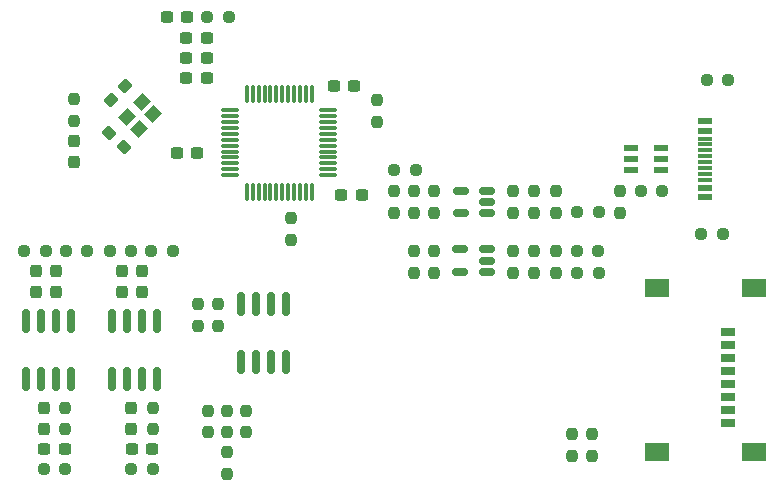
<source format=gbr>
%TF.GenerationSoftware,KiCad,Pcbnew,(6.0.4)*%
%TF.CreationDate,2023-01-30T14:26:25+01:00*%
%TF.ProjectId,Apollo - DSP,41706f6c-6c6f-4202-9d20-4453502e6b69,rev?*%
%TF.SameCoordinates,Original*%
%TF.FileFunction,Paste,Top*%
%TF.FilePolarity,Positive*%
%FSLAX46Y46*%
G04 Gerber Fmt 4.6, Leading zero omitted, Abs format (unit mm)*
G04 Created by KiCad (PCBNEW (6.0.4)) date 2023-01-30 14:26:25*
%MOMM*%
%LPD*%
G01*
G04 APERTURE LIST*
G04 Aperture macros list*
%AMRoundRect*
0 Rectangle with rounded corners*
0 $1 Rounding radius*
0 $2 $3 $4 $5 $6 $7 $8 $9 X,Y pos of 4 corners*
0 Add a 4 corners polygon primitive as box body*
4,1,4,$2,$3,$4,$5,$6,$7,$8,$9,$2,$3,0*
0 Add four circle primitives for the rounded corners*
1,1,$1+$1,$2,$3*
1,1,$1+$1,$4,$5*
1,1,$1+$1,$6,$7*
1,1,$1+$1,$8,$9*
0 Add four rect primitives between the rounded corners*
20,1,$1+$1,$2,$3,$4,$5,0*
20,1,$1+$1,$4,$5,$6,$7,0*
20,1,$1+$1,$6,$7,$8,$9,0*
20,1,$1+$1,$8,$9,$2,$3,0*%
%AMRotRect*
0 Rectangle, with rotation*
0 The origin of the aperture is its center*
0 $1 length*
0 $2 width*
0 $3 Rotation angle, in degrees counterclockwise*
0 Add horizontal line*
21,1,$1,$2,0,0,$3*%
G04 Aperture macros list end*
%ADD10RoundRect,0.237500X0.237500X-0.250000X0.237500X0.250000X-0.237500X0.250000X-0.237500X-0.250000X0*%
%ADD11RoundRect,0.237500X0.250000X0.237500X-0.250000X0.237500X-0.250000X-0.237500X0.250000X-0.237500X0*%
%ADD12RoundRect,0.237500X0.237500X-0.300000X0.237500X0.300000X-0.237500X0.300000X-0.237500X-0.300000X0*%
%ADD13RoundRect,0.237500X0.380070X-0.044194X-0.044194X0.380070X-0.380070X0.044194X0.044194X-0.380070X0*%
%ADD14RoundRect,0.237500X-0.237500X0.250000X-0.237500X-0.250000X0.237500X-0.250000X0.237500X0.250000X0*%
%ADD15RoundRect,0.237500X0.300000X0.237500X-0.300000X0.237500X-0.300000X-0.237500X0.300000X-0.237500X0*%
%ADD16RoundRect,0.237500X-0.250000X-0.237500X0.250000X-0.237500X0.250000X0.237500X-0.250000X0.237500X0*%
%ADD17RoundRect,0.237500X0.044194X0.380070X-0.380070X-0.044194X-0.044194X-0.380070X0.380070X0.044194X0*%
%ADD18RoundRect,0.150000X0.150000X-0.825000X0.150000X0.825000X-0.150000X0.825000X-0.150000X-0.825000X0*%
%ADD19RoundRect,0.237500X-0.300000X-0.237500X0.300000X-0.237500X0.300000X0.237500X-0.300000X0.237500X0*%
%ADD20R,1.160000X0.600000*%
%ADD21R,1.160000X0.300000*%
%ADD22RoundRect,0.150000X0.512500X0.150000X-0.512500X0.150000X-0.512500X-0.150000X0.512500X-0.150000X0*%
%ADD23RoundRect,0.041300X0.563700X0.253700X-0.563700X0.253700X-0.563700X-0.253700X0.563700X-0.253700X0*%
%ADD24RotRect,1.150000X1.000000X225.000000*%
%ADD25R,1.200000X0.800000*%
%ADD26R,2.000000X1.500000*%
%ADD27RoundRect,0.075000X-0.662500X-0.075000X0.662500X-0.075000X0.662500X0.075000X-0.662500X0.075000X0*%
%ADD28RoundRect,0.075000X-0.075000X-0.662500X0.075000X-0.662500X0.075000X0.662500X-0.075000X0.662500X0*%
%ADD29RoundRect,0.237500X0.237500X-0.287500X0.237500X0.287500X-0.237500X0.287500X-0.237500X-0.287500X0*%
G04 APERTURE END LIST*
D10*
%TO.C,C2*%
X103425000Y-98312500D03*
X103425000Y-96487500D03*
%TD*%
D11*
%TO.C,D1*%
X91537500Y-94712500D03*
X89712500Y-94712500D03*
%TD*%
D10*
%TO.C,C9*%
X103425000Y-103412500D03*
X103425000Y-101587500D03*
%TD*%
%TO.C,C1*%
X108825000Y-98312500D03*
X108825000Y-96487500D03*
%TD*%
D12*
%TO.C,C26*%
X67470000Y-116617500D03*
X67470000Y-114892500D03*
%TD*%
D13*
%TO.C,C21*%
X66833624Y-92796187D03*
X65613864Y-91576427D03*
%TD*%
D14*
%TO.C,C31*%
X104800000Y-117087500D03*
X104800000Y-118912500D03*
%TD*%
D11*
%TO.C,F1*%
X112437500Y-96500000D03*
X110612500Y-96500000D03*
%TD*%
D15*
%TO.C,C28*%
X61832500Y-118367500D03*
X60107500Y-118367500D03*
%TD*%
D10*
%TO.C,C23*%
X74000000Y-116912500D03*
X74000000Y-115087500D03*
%TD*%
D16*
%TO.C,R11*%
X60057500Y-120067500D03*
X61882500Y-120067500D03*
%TD*%
D11*
%TO.C,R8*%
X75725000Y-81800000D03*
X73900000Y-81800000D03*
%TD*%
%TO.C,FB1*%
X107037500Y-98300000D03*
X105212500Y-98300000D03*
%TD*%
D16*
%TO.C,D3*%
X65657500Y-101567500D03*
X67482500Y-101567500D03*
%TD*%
D14*
%TO.C,R1*%
X89725000Y-96500000D03*
X89725000Y-98325000D03*
%TD*%
D10*
%TO.C,C3*%
X101525000Y-98325000D03*
X101525000Y-96500000D03*
%TD*%
%TO.C,C12*%
X93125000Y-103400000D03*
X93125000Y-101575000D03*
%TD*%
D15*
%TO.C,C33*%
X69232500Y-118355000D03*
X67507500Y-118355000D03*
%TD*%
D10*
%TO.C,C7*%
X75600000Y-116912500D03*
X75600000Y-115087500D03*
%TD*%
D14*
%TO.C,C30*%
X106500000Y-117087500D03*
X106500000Y-118912500D03*
%TD*%
D17*
%TO.C,C20*%
X66933624Y-87576427D03*
X65713864Y-88796187D03*
%TD*%
D18*
%TO.C,U6*%
X58517500Y-112442500D03*
X59787500Y-112442500D03*
X61057500Y-112442500D03*
X62327500Y-112442500D03*
X62327500Y-107492500D03*
X61057500Y-107492500D03*
X59787500Y-107492500D03*
X58517500Y-107492500D03*
%TD*%
D19*
%TO.C,C14*%
X84637500Y-87600000D03*
X86362500Y-87600000D03*
%TD*%
D20*
%TO.C,J1*%
X116015000Y-97000000D03*
X116015000Y-96200000D03*
D21*
X116015000Y-95050000D03*
X116015000Y-94050000D03*
X116015000Y-93550000D03*
X116015000Y-92550000D03*
D20*
X116015000Y-91400000D03*
X116015000Y-90600000D03*
X116015000Y-90600000D03*
X116015000Y-91400000D03*
D21*
X116015000Y-92050000D03*
X116015000Y-93050000D03*
X116015000Y-94550000D03*
X116015000Y-95550000D03*
D20*
X116015000Y-96200000D03*
X116015000Y-97000000D03*
%TD*%
D15*
%TO.C,C17*%
X73862500Y-86900000D03*
X72137500Y-86900000D03*
%TD*%
%TO.C,C19*%
X73862500Y-85200000D03*
X72137500Y-85200000D03*
%TD*%
D14*
%TO.C,C35*%
X73080000Y-106060000D03*
X73080000Y-107885000D03*
%TD*%
D10*
%TO.C,C10*%
X99825000Y-103400000D03*
X99825000Y-101575000D03*
%TD*%
D22*
%TO.C,U1*%
X97625000Y-98362500D03*
X97625000Y-97412500D03*
X97625000Y-96462500D03*
X95350000Y-96462500D03*
X95350000Y-98362500D03*
%TD*%
D10*
%TO.C,R5*%
X77200000Y-116912500D03*
X77200000Y-115087500D03*
%TD*%
D14*
%TO.C,R7*%
X62600000Y-88710000D03*
X62600000Y-90535000D03*
%TD*%
D10*
%TO.C,C11*%
X101525000Y-103400000D03*
X101525000Y-101575000D03*
%TD*%
D12*
%TO.C,C27*%
X60070000Y-116630000D03*
X60070000Y-114905000D03*
%TD*%
D14*
%TO.C,R13*%
X88300000Y-88787500D03*
X88300000Y-90612500D03*
%TD*%
D16*
%TO.C,D6*%
X61922500Y-101567500D03*
X63747500Y-101567500D03*
%TD*%
D10*
%TO.C,C13*%
X91425000Y-103400000D03*
X91425000Y-101575000D03*
%TD*%
D12*
%TO.C,C29*%
X61122500Y-105030000D03*
X61122500Y-103305000D03*
%TD*%
D10*
%TO.C,C4*%
X99825000Y-98325000D03*
X99825000Y-96500000D03*
%TD*%
D23*
%TO.C,U2*%
X112280000Y-94750000D03*
X112280000Y-93800000D03*
X112280000Y-92850000D03*
X109770000Y-92850000D03*
X109770000Y-93800000D03*
X109770000Y-94750000D03*
%TD*%
D14*
%TO.C,R10*%
X61870000Y-114855000D03*
X61870000Y-116680000D03*
%TD*%
D16*
%TO.C,R12*%
X67457500Y-120055000D03*
X69282500Y-120055000D03*
%TD*%
D24*
%TO.C,Y1*%
X68347488Y-88972614D03*
X67110051Y-90210051D03*
X68100000Y-91200000D03*
X69337437Y-89962563D03*
%TD*%
D15*
%TO.C,C22*%
X72175000Y-81800000D03*
X70450000Y-81800000D03*
%TD*%
%TO.C,C15*%
X73062500Y-93300000D03*
X71337500Y-93300000D03*
%TD*%
D11*
%TO.C,R3*%
X118012500Y-87100000D03*
X116187500Y-87100000D03*
%TD*%
D12*
%TO.C,C25*%
X59422500Y-105030000D03*
X59422500Y-103305000D03*
%TD*%
D11*
%TO.C,R2*%
X117537500Y-100100000D03*
X115712500Y-100100000D03*
%TD*%
D14*
%TO.C,R6*%
X81000000Y-98797500D03*
X81000000Y-100622500D03*
%TD*%
D12*
%TO.C,C32*%
X68370000Y-105030000D03*
X68370000Y-103305000D03*
%TD*%
D11*
%TO.C,FB2*%
X107037500Y-103400000D03*
X105212500Y-103400000D03*
%TD*%
D16*
%TO.C,D4*%
X58422500Y-101567500D03*
X60247500Y-101567500D03*
%TD*%
D14*
%TO.C,R4*%
X75600000Y-118587500D03*
X75600000Y-120412500D03*
%TD*%
D25*
%TO.C,J3*%
X118000000Y-108400000D03*
X118000000Y-109500000D03*
X118000000Y-110600000D03*
X118000000Y-111700000D03*
X118000000Y-112800000D03*
X118000000Y-113900000D03*
X118000000Y-115000000D03*
X118000000Y-116100000D03*
D26*
X120200000Y-118570000D03*
X112000000Y-118570000D03*
X112000000Y-104680000D03*
X120200000Y-104680000D03*
%TD*%
D27*
%TO.C,U4*%
X75837500Y-89650000D03*
X75837500Y-90150000D03*
X75837500Y-90650000D03*
X75837500Y-91150000D03*
X75837500Y-91650000D03*
X75837500Y-92150000D03*
X75837500Y-92650000D03*
X75837500Y-93150000D03*
X75837500Y-93650000D03*
X75837500Y-94150000D03*
X75837500Y-94650000D03*
X75837500Y-95150000D03*
D28*
X77250000Y-96562500D03*
X77750000Y-96562500D03*
X78250000Y-96562500D03*
X78750000Y-96562500D03*
X79250000Y-96562500D03*
X79750000Y-96562500D03*
X80250000Y-96562500D03*
X80750000Y-96562500D03*
X81250000Y-96562500D03*
X81750000Y-96562500D03*
X82250000Y-96562500D03*
X82750000Y-96562500D03*
D27*
X84162500Y-95150000D03*
X84162500Y-94650000D03*
X84162500Y-94150000D03*
X84162500Y-93650000D03*
X84162500Y-93150000D03*
X84162500Y-92650000D03*
X84162500Y-92150000D03*
X84162500Y-91650000D03*
X84162500Y-91150000D03*
X84162500Y-90650000D03*
X84162500Y-90150000D03*
X84162500Y-89650000D03*
D28*
X82750000Y-88237500D03*
X82250000Y-88237500D03*
X81750000Y-88237500D03*
X81250000Y-88237500D03*
X80750000Y-88237500D03*
X80250000Y-88237500D03*
X79750000Y-88237500D03*
X79250000Y-88237500D03*
X78750000Y-88237500D03*
X78250000Y-88237500D03*
X77750000Y-88237500D03*
X77250000Y-88237500D03*
%TD*%
D14*
%TO.C,R9*%
X69270000Y-114855000D03*
X69270000Y-116680000D03*
%TD*%
D10*
%TO.C,C5*%
X93125000Y-98325000D03*
X93125000Y-96500000D03*
%TD*%
D15*
%TO.C,C18*%
X73862500Y-83500000D03*
X72137500Y-83500000D03*
%TD*%
D18*
%TO.C,U7*%
X76795000Y-110997500D03*
X78065000Y-110997500D03*
X79335000Y-110997500D03*
X80605000Y-110997500D03*
X80605000Y-106047500D03*
X79335000Y-106047500D03*
X78065000Y-106047500D03*
X76795000Y-106047500D03*
%TD*%
D11*
%TO.C,C8*%
X107012500Y-101600000D03*
X105187500Y-101600000D03*
%TD*%
D16*
%TO.C,D5*%
X69157500Y-101567500D03*
X70982500Y-101567500D03*
%TD*%
D22*
%TO.C,U3*%
X97562500Y-103337500D03*
X97562500Y-102387500D03*
X97562500Y-101437500D03*
X95287500Y-101437500D03*
X95287500Y-103337500D03*
%TD*%
D14*
%TO.C,C34*%
X74780000Y-106060000D03*
X74780000Y-107885000D03*
%TD*%
D29*
%TO.C,D2*%
X62600000Y-93997500D03*
X62600000Y-92247500D03*
%TD*%
D19*
%TO.C,C16*%
X85237500Y-96800000D03*
X86962500Y-96800000D03*
%TD*%
D18*
%TO.C,U5*%
X65830000Y-112405000D03*
X67100000Y-112405000D03*
X68370000Y-112405000D03*
X69640000Y-112405000D03*
X69640000Y-107455000D03*
X68370000Y-107455000D03*
X67100000Y-107455000D03*
X65830000Y-107455000D03*
%TD*%
D12*
%TO.C,C24*%
X66670000Y-105030000D03*
X66670000Y-103305000D03*
%TD*%
D10*
%TO.C,C6*%
X91425000Y-98325000D03*
X91425000Y-96500000D03*
%TD*%
M02*

</source>
